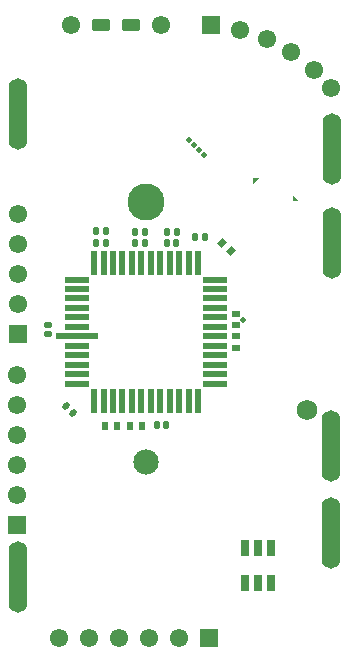
<source format=gts>
G04 Layer_Color=8388736*
%FSLAX44Y44*%
%MOMM*%
G71*
G01*
G75*
G04:AMPARAMS|DCode=18|XSize=0.508mm|YSize=0.6096mm|CornerRadius=0.127mm|HoleSize=0mm|Usage=FLASHONLY|Rotation=180.002|XOffset=0mm|YOffset=0mm|HoleType=Round|Shape=RoundedRectangle|*
%AMROUNDEDRECTD18*
21,1,0.5080,0.3556,0,0,180.0*
21,1,0.2540,0.6096,0,0,180.0*
1,1,0.2540,-0.1270,0.1778*
1,1,0.2540,0.1270,0.1778*
1,1,0.2540,0.1270,-0.1778*
1,1,0.2540,-0.1270,-0.1778*
%
%ADD18ROUNDEDRECTD18*%
G04:AMPARAMS|DCode=19|XSize=0.508mm|YSize=0.6096mm|CornerRadius=0.127mm|HoleSize=0mm|Usage=FLASHONLY|Rotation=180.018|XOffset=0mm|YOffset=0mm|HoleType=Round|Shape=RoundedRectangle|*
%AMROUNDEDRECTD19*
21,1,0.5080,0.3556,0,0,180.0*
21,1,0.2540,0.6096,0,0,180.0*
1,1,0.2540,-0.1271,0.1778*
1,1,0.2540,0.1269,0.1778*
1,1,0.2540,0.1271,-0.1778*
1,1,0.2540,-0.1269,-0.1778*
%
%ADD19ROUNDEDRECTD19*%
G04:AMPARAMS|DCode=20|XSize=0.508mm|YSize=0.6096mm|CornerRadius=0.127mm|HoleSize=0mm|Usage=FLASHONLY|Rotation=315.019|XOffset=0mm|YOffset=0mm|HoleType=Round|Shape=RoundedRectangle|*
%AMROUNDEDRECTD20*
21,1,0.5080,0.3556,0,0,315.0*
21,1,0.2540,0.6096,0,0,315.0*
1,1,0.2540,-0.0359,-0.2155*
1,1,0.2540,-0.2155,-0.0360*
1,1,0.2540,0.0359,0.2155*
1,1,0.2540,0.2155,0.0360*
%
%ADD20ROUNDEDRECTD20*%
G04:AMPARAMS|DCode=21|XSize=0.508mm|YSize=0.6096mm|CornerRadius=0.127mm|HoleSize=0mm|Usage=FLASHONLY|Rotation=90.000|XOffset=0mm|YOffset=0mm|HoleType=Round|Shape=RoundedRectangle|*
%AMROUNDEDRECTD21*
21,1,0.5080,0.3556,0,0,90.0*
21,1,0.2540,0.6096,0,0,90.0*
1,1,0.2540,0.1778,0.1270*
1,1,0.2540,0.1778,-0.1270*
1,1,0.2540,-0.1778,-0.1270*
1,1,0.2540,-0.1778,0.1270*
%
%ADD21ROUNDEDRECTD21*%
G04:AMPARAMS|DCode=22|XSize=0.508mm|YSize=0.6096mm|CornerRadius=0.127mm|HoleSize=0mm|Usage=FLASHONLY|Rotation=180.000|XOffset=0mm|YOffset=0mm|HoleType=Round|Shape=RoundedRectangle|*
%AMROUNDEDRECTD22*
21,1,0.5080,0.3556,0,0,180.0*
21,1,0.2540,0.6096,0,0,180.0*
1,1,0.2540,-0.1270,0.1778*
1,1,0.2540,0.1270,0.1778*
1,1,0.2540,0.1270,-0.1778*
1,1,0.2540,-0.1270,-0.1778*
%
%ADD22ROUNDEDRECTD22*%
%ADD232R,0.7620X1.3716*%
G04:AMPARAMS|DCode=233|XSize=0.5588mm|YSize=0.6604mm|CornerRadius=0mm|HoleSize=0mm|Usage=FLASHONLY|Rotation=270.010|XOffset=0mm|YOffset=0mm|HoleType=Round|Shape=Rectangle|*
%AMROTATEDRECTD233*
4,1,4,-0.3302,0.2793,0.3302,0.2795,0.3302,-0.2793,-0.3302,-0.2795,-0.3302,0.2793,0.0*
%
%ADD233ROTATEDRECTD233*%

G04:AMPARAMS|DCode=234|XSize=0.5588mm|YSize=0.6604mm|CornerRadius=0mm|HoleSize=0mm|Usage=FLASHONLY|Rotation=0.002|XOffset=0mm|YOffset=0mm|HoleType=Round|Shape=Rectangle|*
%AMROTATEDRECTD234*
4,1,4,-0.2794,-0.3302,-0.2794,0.3302,0.2794,0.3302,0.2794,-0.3302,-0.2794,-0.3302,0.0*
%
%ADD234ROTATEDRECTD234*%

G04:AMPARAMS|DCode=235|XSize=0.5588mm|YSize=0.6604mm|CornerRadius=0mm|HoleSize=0mm|Usage=FLASHONLY|Rotation=315.000|XOffset=0mm|YOffset=0mm|HoleType=Round|Shape=Rectangle|*
%AMROTATEDRECTD235*
4,1,4,-0.4310,-0.0359,0.0359,0.4310,0.4310,0.0359,-0.0359,-0.4310,-0.4310,-0.0359,0.0*
%
%ADD235ROTATEDRECTD235*%

%ADD236R,3.5560X0.4826*%
%ADD237R,2.0574X0.4826*%
%ADD238R,0.4826X2.0574*%
%ADD239C,1.7272*%
%ADD240O,1.5748X6.0508*%
%ADD241C,2.1368*%
%ADD242C,3.1369*%
%ADD243R,1.5508X1.5508*%
%ADD244C,1.5508*%
%ADD245R,1.5508X1.5508*%
G04:AMPARAMS|DCode=246|XSize=1.5508mm|YSize=1.0508mm|CornerRadius=0.2754mm|HoleSize=0mm|Usage=FLASHONLY|Rotation=180.000|XOffset=0mm|YOffset=0mm|HoleType=Round|Shape=RoundedRectangle|*
%AMROUNDEDRECTD246*
21,1,1.5508,0.5000,0,0,180.0*
21,1,1.0000,1.0508,0,0,180.0*
1,1,0.5508,-0.5000,0.2500*
1,1,0.5508,0.5000,0.2500*
1,1,0.5508,0.5000,-0.2500*
1,1,0.5508,-0.5000,-0.2500*
%
%ADD246ROUNDEDRECTD246*%
%ADD247C,0.5008*%
G36*
X2699142Y727725D02*
X2694115D01*
Y732752D01*
X2699142Y727725D01*
D02*
G37*
G36*
X2659533Y741692D02*
Y746719D01*
X2664560D01*
X2659533Y741692D01*
D02*
G37*
D18*
X2535364Y692150D02*
D03*
X2527364Y692150D02*
D03*
X2560384D02*
D03*
X2568384Y692150D02*
D03*
X2587054Y691896D02*
D03*
X2595054Y691896D02*
D03*
X2560384Y701801D02*
D03*
X2568384Y701803D02*
D03*
X2587308Y701547D02*
D03*
X2595308Y701549D02*
D03*
D19*
X2586418Y537719D02*
D03*
X2578418Y537717D02*
D03*
D20*
X2501611Y554007D02*
D03*
X2507269Y548353D02*
D03*
D21*
X2486406Y614998D02*
D03*
Y622998D02*
D03*
D22*
X2618930Y697484D02*
D03*
X2610930D02*
D03*
X2535364Y702056D02*
D03*
X2527364D02*
D03*
D232*
X2675221Y404114D02*
D03*
X2664045D02*
D03*
X2653045D02*
D03*
X2653045Y433850D02*
D03*
X2664045D02*
D03*
X2675221D02*
D03*
D233*
X2645155Y613076D02*
D03*
X2645157Y602996D02*
D03*
X2645155Y632380D02*
D03*
X2645157Y622300D02*
D03*
D234*
X2565654Y537464D02*
D03*
X2555574Y537464D02*
D03*
X2544572Y537210D02*
D03*
X2534492Y537210D02*
D03*
D235*
X2641128Y685256D02*
D03*
X2634001Y692384D02*
D03*
D236*
X2511044Y612966D02*
D03*
D237*
Y604966D02*
D03*
Y596966D02*
D03*
Y588966D02*
D03*
Y580966D02*
D03*
Y572966D02*
D03*
Y621030D02*
D03*
Y629158D02*
D03*
Y637032D02*
D03*
Y645160D02*
D03*
Y653034D02*
D03*
Y661162D02*
D03*
X2627864Y572966D02*
D03*
Y580966D02*
D03*
Y588966D02*
D03*
Y596966D02*
D03*
Y604966D02*
D03*
Y612966D02*
D03*
Y621030D02*
D03*
Y629158D02*
D03*
Y637032D02*
D03*
Y645160D02*
D03*
Y653034D02*
D03*
Y661162D02*
D03*
D238*
X2525268Y558566D02*
D03*
X2533396D02*
D03*
X2541270D02*
D03*
X2549398D02*
D03*
X2557272D02*
D03*
X2565400D02*
D03*
X2573464D02*
D03*
X2581464D02*
D03*
X2589464D02*
D03*
X2597464D02*
D03*
X2605464D02*
D03*
X2613464D02*
D03*
Y675386D02*
D03*
X2605464D02*
D03*
X2597464D02*
D03*
X2589464D02*
D03*
X2581464D02*
D03*
X2573464D02*
D03*
X2565400D02*
D03*
X2557272D02*
D03*
X2549398D02*
D03*
X2541270D02*
D03*
X2533396D02*
D03*
X2525268D02*
D03*
D239*
X2705608Y550418D02*
D03*
D240*
X2726690Y771398D02*
D03*
X2726944Y692404D02*
D03*
X2726182Y520446D02*
D03*
Y446278D02*
D03*
X2461006Y409448D02*
D03*
Y801116D02*
D03*
D241*
X2569464Y506966D02*
D03*
D242*
Y727202D02*
D03*
D243*
X2622296Y357632D02*
D03*
X2624540Y876462D02*
D03*
D244*
X2596896Y357632D02*
D03*
X2571496D02*
D03*
X2546096D02*
D03*
X2520696D02*
D03*
X2495296D02*
D03*
X2460752Y717042D02*
D03*
Y691642D02*
D03*
Y666242D02*
D03*
Y640842D02*
D03*
X2648549Y872523D02*
D03*
X2671517Y864668D02*
D03*
X2691880Y853732D02*
D03*
X2711182Y838910D02*
D03*
X2726222Y822992D02*
D03*
X2460498Y580390D02*
D03*
Y554990D02*
D03*
Y529590D02*
D03*
Y504190D02*
D03*
Y478790D02*
D03*
X2581656Y876300D02*
D03*
X2505456D02*
D03*
D245*
X2460752Y615442D02*
D03*
X2460498Y453390D02*
D03*
D246*
X2556256Y876300D02*
D03*
X2530856D02*
D03*
D247*
X2605504Y779300D02*
D03*
X2609747Y775057D02*
D03*
X2613989Y770815D02*
D03*
X2618232Y766572D02*
D03*
X2651252Y627126D02*
D03*
M02*

</source>
